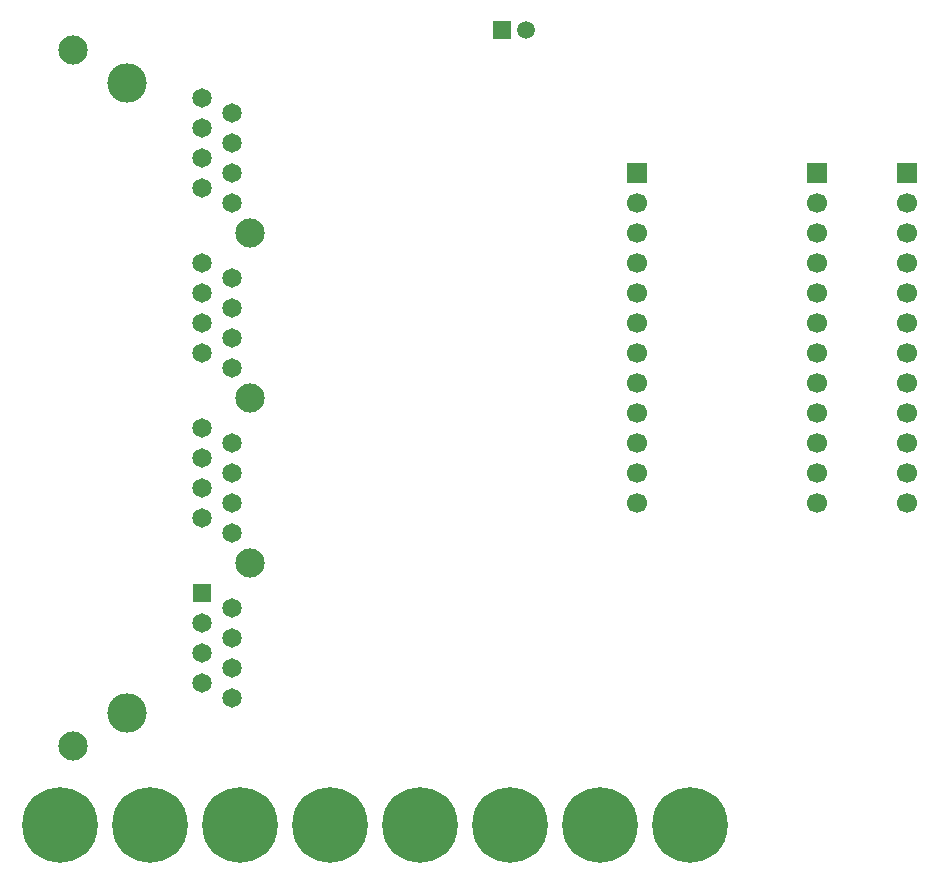
<source format=gbs>
%TF.GenerationSoftware,KiCad,Pcbnew,9.0.4*%
%TF.CreationDate,2025-09-13T12:09:18+02:00*%
%TF.ProjectId,HCP65 24 Pin Tester,48435036-3520-4323-9420-50696e205465,V1*%
%TF.SameCoordinates,Original*%
%TF.FileFunction,Soldermask,Bot*%
%TF.FilePolarity,Negative*%
%FSLAX46Y46*%
G04 Gerber Fmt 4.6, Leading zero omitted, Abs format (unit mm)*
G04 Created by KiCad (PCBNEW 9.0.4) date 2025-09-13 12:09:18*
%MOMM*%
%LPD*%
G01*
G04 APERTURE LIST*
%ADD10R,1.500000X1.500000*%
%ADD11C,1.500000*%
%ADD12C,6.400000*%
%ADD13C,2.475000*%
%ADD14C,1.650000*%
%ADD15R,1.650000X1.650000*%
%ADD16C,3.330000*%
%ADD17C,1.700000*%
%ADD18R,1.700000X1.700000*%
G04 APERTURE END LIST*
D10*
%TO.C,C10*%
X25432000Y5715000D03*
D11*
X27432000Y5715000D03*
%TD*%
D12*
%TO.C,H4*%
X3247002Y-61595496D03*
%TD*%
%TO.C,H7*%
X18487002Y-61595496D03*
%TD*%
%TO.C,H8*%
X33727002Y-61595496D03*
%TD*%
%TO.C,H6*%
X26107002Y-61595496D03*
%TD*%
%TO.C,H3*%
X-4372998Y-61595496D03*
%TD*%
%TO.C,H5*%
X10867002Y-61595496D03*
%TD*%
D13*
%TO.C,J1*%
X-10920000Y-54860000D03*
X4060000Y-39370000D03*
X4060000Y-25400001D03*
X4060000Y-11430000D03*
X-10920000Y4060000D03*
D14*
X2540000Y-8890000D03*
X0Y-7619999D03*
X2540000Y-6350000D03*
X0Y-5080000D03*
X2540000Y-3810000D03*
X0Y-2540000D03*
X2540000Y-1270000D03*
X0Y0D03*
X2540000Y-22860000D03*
X0Y-21590000D03*
X2540000Y-20320000D03*
X0Y-19050000D03*
X2540000Y-17780000D03*
X0Y-16510000D03*
X2540000Y-15240000D03*
X0Y-13970001D03*
X2540000Y-36830000D03*
X0Y-35560000D03*
X2540000Y-34290000D03*
X0Y-33020000D03*
X2540000Y-31750000D03*
X0Y-30479999D03*
X2540000Y-29210000D03*
X0Y-27940000D03*
X2540000Y-50800000D03*
X0Y-49530000D03*
X2540000Y-48260000D03*
X0Y-46989999D03*
X2540000Y-45720000D03*
X0Y-44450000D03*
X2540000Y-43180000D03*
D15*
X0Y-41910000D03*
D16*
X-6350000Y-52070000D03*
X-6350000Y1270000D03*
%TD*%
D12*
%TO.C,H2*%
X-11992998Y-61595496D03*
%TD*%
D17*
%TO.C,J8*%
X36830000Y-34290000D03*
X36830000Y-31750000D03*
X36830000Y-29210000D03*
X36830000Y-26670000D03*
X36830000Y-24130000D03*
X36830000Y-21590000D03*
X36830000Y-19050000D03*
X36830000Y-16510000D03*
X36830000Y-13970000D03*
X36830000Y-11430000D03*
X36830000Y-8890000D03*
D18*
X36830000Y-6350000D03*
%TD*%
D17*
%TO.C,J3*%
X52070000Y-34290000D03*
X52070000Y-31750000D03*
X52070000Y-29210000D03*
X52070000Y-26670000D03*
X52070000Y-24130000D03*
X52070000Y-21590000D03*
X52070000Y-19050000D03*
X52070000Y-16510000D03*
X52070000Y-13970000D03*
X52070000Y-11430000D03*
X52070000Y-8890000D03*
D18*
X52070000Y-6350000D03*
%TD*%
D12*
%TO.C,H1*%
X41347002Y-61595496D03*
%TD*%
D17*
%TO.C,J9*%
X59690000Y-34290000D03*
X59690000Y-31750000D03*
X59690000Y-29210000D03*
X59690000Y-26670000D03*
X59690000Y-24130000D03*
X59690000Y-21590000D03*
X59690000Y-19050000D03*
X59690000Y-16510000D03*
X59690000Y-13970000D03*
X59690000Y-11430000D03*
X59690000Y-8890000D03*
D18*
X59690000Y-6350000D03*
%TD*%
M02*

</source>
